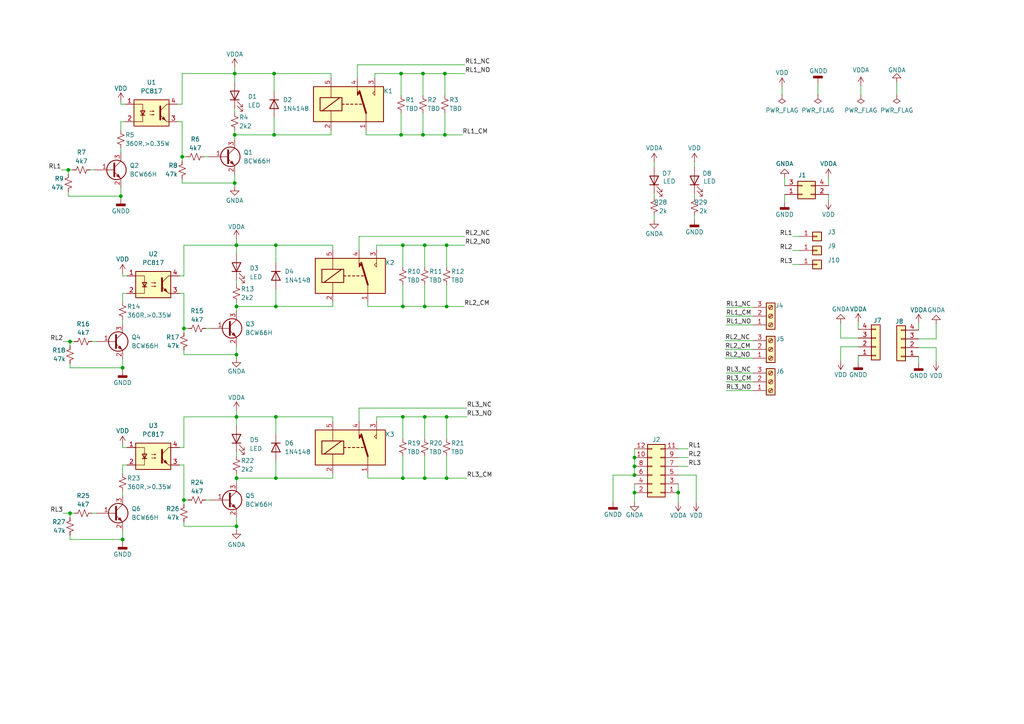
<source format=kicad_sch>
(kicad_sch (version 20211123) (generator eeschema)
  (paper "A4")
  (lib_symbols
    (symbol "Connector:Screw_Terminal_01x03" (pin_names (offset 1.016) hide)
      (property "Reference" "J" (at 0 5.08 0))
      (property "Value" "Screw_Terminal_01x03" (at 0 -5.08 0))
      (symbol "Screw_Terminal_01x03_1_1"
        (rectangle (start -1.27 3.81) (end 1.27 -3.81) (stroke (width 0.254)) (fill (type background)))
        (circle (center 0 -2.54) (radius 0.635) (stroke (width 0.1524)))
        (polyline (pts (xy -0.5334 -2.2098) (xy 0.3302 -3.048)) (stroke (width 0.1524)))
        (polyline (pts (xy -0.5334 0.3302) (xy 0.3302 -0.508)) (stroke (width 0.1524)))
        (polyline (pts (xy -0.5334 2.8702) (xy 0.3302 2.032)) (stroke (width 0.1524)))
        (polyline (pts (xy -0.3556 -2.032) (xy 0.508 -2.8702)) (stroke (width 0.1524)))
        (polyline (pts (xy -0.3556 0.508) (xy 0.508 -0.3302)) (stroke (width 0.1524)))
        (polyline (pts (xy -0.3556 3.048) (xy 0.508 2.2098)) (stroke (width 0.1524)))
        (circle (center 0 0) (radius 0.635) (stroke (width 0.1524)))
        (circle (center 0 2.54) (radius 0.635) (stroke (width 0.1524)))
        (pin passive line (at -5.08 2.54 0) (length 3.81) (name "Pin_1") (number "1"))
        (pin passive line (at -5.08 0 0) (length 3.81) (name "Pin_2") (number "2"))
        (pin passive line (at -5.08 -2.54 0) (length 3.81) (name "Pin_3") (number "3"))
      )
    )
    (symbol "Connector_Generic:Conn_01x01" (pin_names (offset 1.016) hide)
      (property "Reference" "J" (at 0 2.54 0))
      (property "Value" "Conn_01x01" (at 0 -2.54 0))
      (symbol "Conn_01x01_1_1"
        (rectangle (start -1.27 0.127) (end 0 -0.127) (stroke (width 0.1524)))
        (rectangle (start -1.27 1.27) (end 1.27 -1.27) (stroke (width 0.254)) (fill (type background)))
        (pin passive line (at -5.08 0 0) (length 3.81) (name "Pin_1") (number "1"))
      )
    )
    (symbol "Connector_Generic:Conn_01x04" (pin_names (offset 1.016) hide)
      (property "Reference" "J" (at 0 5.08 0))
      (property "Value" "Conn_01x04" (at 0 -7.62 0))
      (symbol "Conn_01x04_1_1"
        (rectangle (start -1.27 -4.953) (end 0 -5.207) (stroke (width 0.1524)))
        (rectangle (start -1.27 -2.413) (end 0 -2.667) (stroke (width 0.1524)))
        (rectangle (start -1.27 0.127) (end 0 -0.127) (stroke (width 0.1524)))
        (rectangle (start -1.27 2.667) (end 0 2.413) (stroke (width 0.1524)))
        (rectangle (start -1.27 3.81) (end 1.27 -6.35) (stroke (width 0.254)) (fill (type background)))
        (pin passive line (at -5.08 2.54 0) (length 3.81) (name "Pin_1") (number "1"))
        (pin passive line (at -5.08 0 0) (length 3.81) (name "Pin_2") (number "2"))
        (pin passive line (at -5.08 -2.54 0) (length 3.81) (name "Pin_3") (number "3"))
        (pin passive line (at -5.08 -5.08 0) (length 3.81) (name "Pin_4") (number "4"))
      )
    )
    (symbol "Connector_Generic:Conn_02x02_Odd_Even" (pin_names (offset 1.016) hide)
      (property "Reference" "J" (at 1.27 2.54 0))
      (property "Value" "Conn_02x02_Odd_Even" (at 1.27 -5.08 0))
      (symbol "Conn_02x02_Odd_Even_1_1"
        (rectangle (start -1.27 -2.413) (end 0 -2.667) (stroke (width 0.1524)))
        (rectangle (start -1.27 0.127) (end 0 -0.127) (stroke (width 0.1524)))
        (rectangle (start -1.27 1.27) (end 3.81 -3.81) (stroke (width 0.254)) (fill (type background)))
        (rectangle (start 3.81 -2.413) (end 2.54 -2.667) (stroke (width 0.1524)))
        (rectangle (start 3.81 0.127) (end 2.54 -0.127) (stroke (width 0.1524)))
        (pin passive line (at -5.08 0 0) (length 3.81) (name "Pin_1") (number "1"))
        (pin passive line (at 7.62 0 180) (length 3.81) (name "Pin_2") (number "2"))
        (pin passive line (at -5.08 -2.54 0) (length 3.81) (name "Pin_3") (number "3"))
        (pin passive line (at 7.62 -2.54 180) (length 3.81) (name "Pin_4") (number "4"))
      )
    )
    (symbol "Connector_Generic:Conn_02x06_Odd_Even" (pin_names (offset 1.016) hide)
      (property "Reference" "J" (at 1.27 7.62 0))
      (property "Value" "Conn_02x06_Odd_Even" (at 1.27 -10.16 0))
      (symbol "Conn_02x06_Odd_Even_1_1"
        (rectangle (start -1.27 -7.493) (end 0 -7.747) (stroke (width 0.1524)))
        (rectangle (start -1.27 -4.953) (end 0 -5.207) (stroke (width 0.1524)))
        (rectangle (start -1.27 -2.413) (end 0 -2.667) (stroke (width 0.1524)))
        (rectangle (start -1.27 0.127) (end 0 -0.127) (stroke (width 0.1524)))
        (rectangle (start -1.27 2.667) (end 0 2.413) (stroke (width 0.1524)))
        (rectangle (start -1.27 5.207) (end 0 4.953) (stroke (width 0.1524)))
        (rectangle (start -1.27 6.35) (end 3.81 -8.89) (stroke (width 0.254)) (fill (type background)))
        (rectangle (start 3.81 -7.493) (end 2.54 -7.747) (stroke (width 0.1524)))
        (rectangle (start 3.81 -4.953) (end 2.54 -5.207) (stroke (width 0.1524)))
        (rectangle (start 3.81 -2.413) (end 2.54 -2.667) (stroke (width 0.1524)))
        (rectangle (start 3.81 0.127) (end 2.54 -0.127) (stroke (width 0.1524)))
        (rectangle (start 3.81 2.667) (end 2.54 2.413) (stroke (width 0.1524)))
        (rectangle (start 3.81 5.207) (end 2.54 4.953) (stroke (width 0.1524)))
        (pin passive line (at -5.08 5.08 0) (length 3.81) (name "Pin_1") (number "1"))
        (pin passive line (at 7.62 -5.08 180) (length 3.81) (name "Pin_10") (number "10"))
        (pin passive line (at -5.08 -7.62 0) (length 3.81) (name "Pin_11") (number "11"))
        (pin passive line (at 7.62 -7.62 180) (length 3.81) (name "Pin_12") (number "12"))
        (pin passive line (at 7.62 5.08 180) (length 3.81) (name "Pin_2") (number "2"))
        (pin passive line (at -5.08 2.54 0) (length 3.81) (name "Pin_3") (number "3"))
        (pin passive line (at 7.62 2.54 180) (length 3.81) (name "Pin_4") (number "4"))
        (pin passive line (at -5.08 0 0) (length 3.81) (name "Pin_5") (number "5"))
        (pin passive line (at 7.62 0 180) (length 3.81) (name "Pin_6") (number "6"))
        (pin passive line (at -5.08 -2.54 0) (length 3.81) (name "Pin_7") (number "7"))
        (pin passive line (at 7.62 -2.54 180) (length 3.81) (name "Pin_8") (number "8"))
        (pin passive line (at -5.08 -5.08 0) (length 3.81) (name "Pin_9") (number "9"))
      )
    )
    (symbol "Device:LED" (pin_numbers hide) (pin_names (offset 1.016) hide)
      (property "Reference" "D" (at 0 2.54 0))
      (property "Value" "LED" (at 0 -2.54 0))
      (symbol "LED_0_1"
        (polyline (pts (xy -1.27 -1.27) (xy -1.27 1.27)) (stroke (width 0.254)))
        (polyline (pts (xy -1.27 0) (xy 1.27 0)))
        (polyline (pts (xy 1.27 -1.27) (xy 1.27 1.27) (xy -1.27 0) (xy 1.27 -1.27)) (stroke (width 0.254)))
        (polyline (pts (xy -3.048 -0.762) (xy -4.572 -2.286) (xy -3.81 -2.286) (xy -4.572 -2.286) (xy -4.572 -1.524)))
        (polyline (pts (xy -1.778 -0.762) (xy -3.302 -2.286) (xy -2.54 -2.286) (xy -3.302 -2.286) (xy -3.302 -1.524)))
      )
      (symbol "LED_1_1"
        (pin passive line (at -3.81 0 0) (length 2.54) (name "K") (number "1"))
        (pin passive line (at 3.81 0 180) (length 2.54) (name "A") (number "2"))
      )
    )
    (symbol "Device:Q_NPN_BEC" (pin_names (offset 0) hide)
      (property "Reference" "Q" (at 5.08 1.27 0))
      (property "Value" "Q_NPN_BEC" (at 5.08 -1.27 0))
      (symbol "Q_NPN_BEC_0_1"
        (polyline (pts (xy 0.635 0.635) (xy 2.54 2.54)))
        (polyline (pts (xy 0.635 -0.635) (xy 2.54 -2.54) (xy 2.54 -2.54)))
        (polyline (pts (xy 0.635 1.905) (xy 0.635 -1.905) (xy 0.635 -1.905)) (stroke (width 0.508)))
        (polyline (pts (xy 1.27 -1.778) (xy 1.778 -1.27) (xy 2.286 -2.286) (xy 1.27 -1.778) (xy 1.27 -1.778)) (fill (type outline)))
        (circle (center 1.27 0) (radius 2.8194) (stroke (width 0.254)))
      )
      (symbol "Q_NPN_BEC_1_1"
        (pin input line (at -5.08 0 0) (length 5.715) (name "B") (number "1"))
        (pin passive line (at 2.54 -5.08 90) (length 2.54) (name "E") (number "2"))
        (pin passive line (at 2.54 5.08 270) (length 2.54) (name "C") (number "3"))
      )
    )
    (symbol "Device:R_Small_US" (pin_numbers hide) (pin_names (offset 0.254) hide)
      (property "Reference" "R" (at 0.762 0.508 0))
      (property "Value" "R_Small_US" (at 0.762 -1.016 0))
      (symbol "R_Small_US_1_1"
        (polyline (pts (xy 0 0) (xy 1.016 -0.381) (xy 0 -0.762) (xy -1.016 -1.143) (xy 0 -1.524)))
        (polyline (pts (xy 0 1.524) (xy 1.016 1.143) (xy 0 0.762) (xy -1.016 0.381) (xy 0 0)))
        (pin passive line (at 0 2.54 270) (length 1.016) (name "~") (number "1"))
        (pin passive line (at 0 -2.54 90) (length 1.016) (name "~") (number "2"))
      )
    )
    (symbol "Diode:1N4148" (pin_numbers hide) (pin_names (offset 1.016) hide)
      (property "Reference" "D" (at 0 2.54 0))
      (property "Value" "1N4148" (at 0 -2.54 0))
      (symbol "1N4148_0_1"
        (polyline (pts (xy -1.27 1.27) (xy -1.27 -1.27)) (stroke (width 0.254)))
        (polyline (pts (xy 1.27 0) (xy -1.27 0)))
        (polyline (pts (xy 1.27 1.27) (xy 1.27 -1.27) (xy -1.27 0) (xy 1.27 1.27)) (stroke (width 0.254)))
      )
      (symbol "1N4148_1_1"
        (pin passive line (at -3.81 0 0) (length 2.54) (name "K") (number "1"))
        (pin passive line (at 3.81 0 180) (length 2.54) (name "A") (number "2"))
      )
    )
    (symbol "Isolator:PC817" (pin_names (offset 1.016))
      (property "Reference" "U" (at -5.08 5.08 0))
      (property "Value" "PC817" (at 0 5.08 0))
      (symbol "PC817_0_1"
        (rectangle (start -5.08 3.81) (end 5.08 -3.81) (stroke (width 0.254)) (fill (type background)))
        (polyline (pts (xy -3.175 -0.635) (xy -1.905 -0.635)) (stroke (width 0.254)))
        (polyline (pts (xy 2.54 0.635) (xy 4.445 2.54)))
        (polyline (pts (xy 4.445 -2.54) (xy 2.54 -0.635)) (fill (type outline)))
        (polyline (pts (xy 4.445 -2.54) (xy 5.08 -2.54)))
        (polyline (pts (xy 4.445 2.54) (xy 5.08 2.54)))
        (polyline (pts (xy -5.08 2.54) (xy -2.54 2.54) (xy -2.54 -0.635)))
        (polyline (pts (xy -2.54 -0.635) (xy -2.54 -2.54) (xy -5.08 -2.54)))
        (polyline (pts (xy 2.54 1.905) (xy 2.54 -1.905) (xy 2.54 -1.905)) (stroke (width 0.508)))
        (polyline (pts (xy -2.54 -0.635) (xy -3.175 0.635) (xy -1.905 0.635) (xy -2.54 -0.635)) (stroke (width 0.254)))
        (polyline (pts (xy -0.508 -0.508) (xy 0.762 -0.508) (xy 0.381 -0.635) (xy 0.381 -0.381) (xy 0.762 -0.508)))
        (polyline (pts (xy -0.508 0.508) (xy 0.762 0.508) (xy 0.381 0.381) (xy 0.381 0.635) (xy 0.762 0.508)))
        (polyline (pts (xy 3.048 -1.651) (xy 3.556 -1.143) (xy 4.064 -2.159) (xy 3.048 -1.651) (xy 3.048 -1.651)) (fill (type outline)))
      )
      (symbol "PC817_1_1"
        (pin passive line (at -7.62 2.54 0) (length 2.54) (name "~") (number "1"))
        (pin passive line (at -7.62 -2.54 0) (length 2.54) (name "~") (number "2"))
        (pin passive line (at 7.62 -2.54 180) (length 2.54) (name "~") (number "3"))
        (pin passive line (at 7.62 2.54 180) (length 2.54) (name "~") (number "4"))
      )
    )
    (symbol "Relay:SANYOU_SRD_Form_C"
      (property "Reference" "K" (at 11.43 3.81 0))
      (property "Value" "SANYOU_SRD_Form_C" (at 11.43 1.27 0))
      (symbol "SANYOU_SRD_Form_C_0_0"
        (polyline (pts (xy 7.62 5.08) (xy 7.62 2.54) (xy 6.985 3.175) (xy 7.62 3.81)))
      )
      (symbol "SANYOU_SRD_Form_C_0_1"
        (rectangle (start -10.16 5.08) (end 10.16 -5.08) (stroke (width 0.254)) (fill (type background)))
        (rectangle (start -8.255 1.905) (end -1.905 -1.905) (stroke (width 0.254)))
        (polyline (pts (xy -7.62 -1.905) (xy -2.54 1.905)) (stroke (width 0.254)))
        (polyline (pts (xy -5.08 -5.08) (xy -5.08 -1.905)))
        (polyline (pts (xy -5.08 5.08) (xy -5.08 1.905)))
        (polyline (pts (xy -1.905 0) (xy -1.27 0)) (stroke (width 0.254)))
        (polyline (pts (xy -0.635 0) (xy 0 0)) (stroke (width 0.254)))
        (polyline (pts (xy 0.635 0) (xy 1.27 0)) (stroke (width 0.254)))
        (polyline (pts (xy 1.905 0) (xy 2.54 0)) (stroke (width 0.254)))
        (polyline (pts (xy 3.175 0) (xy 3.81 0)) (stroke (width 0.254)))
        (polyline (pts (xy 5.08 -2.54) (xy 3.175 3.81)) (stroke (width 0.508)))
        (polyline (pts (xy 5.08 -2.54) (xy 5.08 -5.08)))
      )
      (symbol "SANYOU_SRD_Form_C_1_1"
        (polyline (pts (xy 2.54 3.81) (xy 3.175 3.175) (xy 2.54 2.54) (xy 2.54 5.08)) (fill (type outline)))
        (pin passive line (at 5.08 -7.62 90) (length 2.54) (name "~") (number "1"))
        (pin passive line (at -5.08 -7.62 90) (length 2.54) (name "~") (number "2"))
        (pin passive line (at 7.62 7.62 270) (length 2.54) (name "~") (number "3"))
        (pin passive line (at 2.54 7.62 270) (length 2.54) (name "~") (number "4"))
        (pin passive line (at -5.08 7.62 270) (length 2.54) (name "~") (number "5"))
      )
    )
    (symbol "power:GNDA" (power) (pin_names (offset 0))
      (property "Value" "GNDA" (at 0 -3.81 0))
      (symbol "GNDA_0_1"
        (polyline (pts (xy 0 0) (xy 0 -1.27) (xy 1.27 -1.27) (xy 0 -2.54) (xy -1.27 -1.27) (xy 0 -1.27)))
      )
      (symbol "GNDA_1_1"
        (pin power_in line (at 0 0 270) (length 0) hide (name "GNDA") (number "1"))
      )
    )
    (symbol "power:GNDD" (power) (pin_names (offset 0))
      (property "Value" "GNDD" (at 0 -3.175 0))
      (symbol "GNDD_0_1"
        (rectangle (start -1.27 -1.524) (end 1.27 -2.032) (stroke (width 0.254)) (fill (type outline)))
        (polyline (pts (xy 0 0) (xy 0 -1.524)))
      )
      (symbol "GNDD_1_1"
        (pin power_in line (at 0 0 270) (length 0) hide (name "GNDD") (number "1"))
      )
    )
    (symbol "power:PWR_FLAG" (power) (pin_numbers hide) (pin_names (offset 0) hide)
      (property "Value" "PWR_FLAG" (at 0 3.81 0))
      (symbol "PWR_FLAG_0_0"
        (pin power_out line (at 0 0 90) (length 0) (name "pwr") (number "1"))
      )
      (symbol "PWR_FLAG_0_1"
        (polyline (pts (xy 0 0) (xy 0 1.27) (xy -1.016 1.905) (xy 0 2.54) (xy 1.016 1.905) (xy 0 1.27)))
      )
    )
    (symbol "power:VDD" (power) (pin_names (offset 0))
      (property "Value" "VDD" (at 0 3.81 0))
      (symbol "VDD_0_1"
        (polyline (pts (xy -0.762 1.27) (xy 0 2.54)))
        (polyline (pts (xy 0 0) (xy 0 2.54)))
        (polyline (pts (xy 0 2.54) (xy 0.762 1.27)))
      )
      (symbol "VDD_1_1"
        (pin power_in line (at 0 0 90) (length 0) hide (name "VDD") (number "1"))
      )
    )
    (symbol "power:VDDA" (power) (pin_names (offset 0))
      (property "Value" "VDDA" (at 0 3.81 0))
      (symbol "VDDA_0_1"
        (polyline (pts (xy -0.762 1.27) (xy 0 2.54)))
        (polyline (pts (xy 0 0) (xy 0 2.54)))
        (polyline (pts (xy 0 2.54) (xy 0.762 1.27)))
      )
      (symbol "VDDA_1_1"
        (pin power_in line (at 0 0 90) (length 0) hide (name "VDDA") (number "1"))
      )
    )
  )
  (junction (at 184.023 137.795))
  (junction (at 68.58 71.12))
  (junction (at 116.84 88.9))
  (junction (at 80.01 71.12))
  (junction (at 20.32 99.06))
  (junction (at 53.34 145.034))
  (junction (at 19.812 49.276))
  (junction (at 123.19 138.684))
  (junction (at 68.072 53.086))
  (junction (at 68.072 39.116))
  (junction (at 116.84 138.684))
  (junction (at 123.19 71.12))
  (junction (at 68.58 102.87))
  (junction (at 129.54 138.684))
  (junction (at 68.58 120.904))
  (junction (at 122.682 39.116))
  (junction (at 184.023 132.715))
  (junction (at 68.072 21.336))
  (junction (at 184.023 135.255))
  (junction (at 196.723 142.875))
  (junction (at 122.682 21.336))
  (junction (at 35.052 56.896))
  (junction (at 116.332 39.116))
  (junction (at 52.832 45.466))
  (junction (at 80.01 88.9))
  (junction (at 68.58 88.9))
  (junction (at 129.54 71.12))
  (junction (at 79.502 21.336))
  (junction (at 123.19 88.9))
  (junction (at 35.56 156.464))
  (junction (at 116.84 120.904))
  (junction (at 184.023 142.875))
  (junction (at 129.54 88.9))
  (junction (at 123.19 120.904))
  (junction (at 80.01 138.684))
  (junction (at 68.58 152.654))
  (junction (at 35.56 106.68))
  (junction (at 116.332 21.336))
  (junction (at 68.58 138.684))
  (junction (at 129.032 21.336))
  (junction (at 129.54 120.904))
  (junction (at 116.84 71.12))
  (junction (at 129.032 39.116))
  (junction (at 79.502 39.116))
  (junction (at 53.34 95.25))
  (junction (at 80.01 120.904))
  (junction (at 20.32 148.844))
  (wire (pts (xy 68.58 71.12) (xy 68.58 73.66)))
  (wire (pts (xy 96.52 88.9) (xy 96.52 87.63)))
  (wire (pts (xy 106.68 137.414) (xy 106.68 138.684)))
  (wire (pts (xy 17.78 49.276) (xy 19.812 49.276)))
  (wire (pts (xy 108.712 22.606) (xy 108.712 21.336)))
  (wire (pts (xy 123.19 71.12) (xy 129.54 71.12)))
  (wire (pts (xy 35.56 79.248) (xy 35.56 80.01)))
  (wire (pts (xy 19.812 49.276) (xy 19.812 50.546)))
  (wire (pts (xy 68.58 71.12) (xy 80.01 71.12)))
  (wire (pts (xy 196.723 140.335) (xy 196.723 142.875)))
  (wire (pts (xy 68.072 21.336) (xy 68.072 23.876)))
  (wire (pts (xy 210.312 103.886) (xy 218.44 103.886)))
  (wire (pts (xy 52.832 53.086) (xy 52.832 51.816)))
  (wire (pts (xy 116.84 88.9) (xy 123.19 88.9)))
  (wire (pts (xy 237.236 24.13) (xy 237.236 27.432)))
  (wire (pts (xy 129.54 71.12) (xy 134.874 71.12)))
  (wire (pts (xy 59.182 45.466) (xy 60.452 45.466)))
  (wire (pts (xy 35.052 35.306) (xy 35.052 37.846)))
  (wire (pts (xy 134.874 68.58) (xy 104.14 68.58)))
  (wire (pts (xy 80.01 133.604) (xy 80.01 138.684)))
  (wire (pts (xy 189.738 62.484) (xy 189.738 63.754)))
  (wire (pts (xy 35.56 85.09) (xy 35.56 87.63)))
  (wire (pts (xy 106.172 39.116) (xy 116.332 39.116)))
  (wire (pts (xy 52.832 35.306) (xy 52.832 45.466)))
  (wire (pts (xy 35.56 106.68) (xy 35.56 107.442)))
  (wire (pts (xy 229.87 72.644) (xy 231.902 72.644)))
  (wire (pts (xy 68.072 39.116) (xy 79.502 39.116)))
  (wire (pts (xy 53.34 102.87) (xy 68.58 102.87)))
  (wire (pts (xy 36.322 35.306) (xy 35.052 35.306)))
  (wire (pts (xy 21.59 99.06) (xy 20.32 99.06)))
  (wire (pts (xy 248.92 103.124) (xy 248.92 105.156)))
  (wire (pts (xy 116.84 127.254) (xy 116.84 120.904)))
  (wire (pts (xy 106.172 37.846) (xy 106.172 39.116)))
  (wire (pts (xy 271.526 98.298) (xy 271.526 93.98)))
  (wire (pts (xy 68.58 131.064) (xy 68.58 132.334)))
  (wire (pts (xy 227.584 56.388) (xy 227.584 58.674)))
  (wire (pts (xy 116.84 132.334) (xy 116.84 138.684)))
  (wire (pts (xy 210.312 101.346) (xy 218.44 101.346)))
  (wire (pts (xy 116.332 21.336) (xy 122.682 21.336)))
  (wire (pts (xy 210.566 113.284) (xy 218.44 113.284)))
  (wire (pts (xy 109.22 71.12) (xy 116.84 71.12)))
  (wire (pts (xy 196.723 142.875) (xy 196.723 145.669)))
  (wire (pts (xy 35.052 56.896) (xy 35.052 57.658)))
  (wire (pts (xy 79.502 21.336) (xy 79.502 26.416)))
  (wire (pts (xy 68.072 31.496) (xy 68.072 32.766)))
  (wire (pts (xy 20.32 106.68) (xy 35.56 106.68)))
  (wire (pts (xy 271.526 100.838) (xy 271.526 104.902)))
  (wire (pts (xy 35.56 156.464) (xy 35.56 153.924)))
  (wire (pts (xy 53.34 120.904) (xy 68.58 120.904)))
  (wire (pts (xy 26.67 148.844) (xy 27.94 148.844)))
  (wire (pts (xy 21.082 49.276) (xy 19.812 49.276)))
  (wire (pts (xy 53.34 85.09) (xy 53.34 95.25)))
  (wire (pts (xy 52.07 85.09) (xy 53.34 85.09)))
  (wire (pts (xy 80.01 71.12) (xy 96.52 71.12)))
  (wire (pts (xy 51.562 30.226) (xy 52.832 30.226)))
  (wire (pts (xy 122.682 32.766) (xy 122.682 39.116)))
  (wire (pts (xy 201.93 137.795) (xy 201.93 145.669)))
  (wire (pts (xy 248.92 98.044) (xy 243.84 98.044)))
  (wire (pts (xy 196.723 137.795) (xy 201.93 137.795)))
  (wire (pts (xy 68.58 69.342) (xy 68.58 71.12)))
  (wire (pts (xy 201.422 46.99) (xy 201.422 48.514)))
  (wire (pts (xy 36.83 80.01) (xy 35.56 80.01)))
  (wire (pts (xy 20.32 155.194) (xy 20.32 156.464)))
  (wire (pts (xy 210.566 94.234) (xy 218.44 94.234)))
  (wire (pts (xy 20.32 105.41) (xy 20.32 106.68)))
  (wire (pts (xy 52.832 53.086) (xy 68.072 53.086)))
  (wire (pts (xy 79.502 34.036) (xy 79.502 39.116)))
  (wire (pts (xy 106.68 87.63) (xy 106.68 88.9)))
  (wire (pts (xy 96.012 22.606) (xy 96.012 21.336)))
  (wire (pts (xy 248.92 93.472) (xy 248.92 95.504)))
  (wire (pts (xy 210.566 108.204) (xy 218.44 108.204)))
  (wire (pts (xy 122.682 21.336) (xy 129.032 21.336)))
  (wire (pts (xy 240.284 51.562) (xy 240.284 53.848)))
  (wire (pts (xy 248.92 100.584) (xy 243.84 100.584)))
  (wire (pts (xy 68.072 37.846) (xy 68.072 39.116)))
  (wire (pts (xy 129.032 39.116) (xy 134.112 39.116)))
  (wire (pts (xy 104.14 118.364) (xy 104.14 122.174)))
  (wire (pts (xy 129.032 32.766) (xy 129.032 39.116)))
  (wire (pts (xy 122.682 39.116) (xy 129.032 39.116)))
  (wire (pts (xy 51.562 35.306) (xy 52.832 35.306)))
  (wire (pts (xy 80.01 88.9) (xy 96.52 88.9)))
  (wire (pts (xy 68.58 87.63) (xy 68.58 88.9)))
  (wire (pts (xy 196.723 135.255) (xy 199.644 135.255)))
  (wire (pts (xy 227.584 51.562) (xy 227.584 53.848)))
  (wire (pts (xy 96.52 122.174) (xy 96.52 120.904)))
  (wire (pts (xy 123.19 132.334) (xy 123.19 138.684)))
  (wire (pts (xy 266.446 100.838) (xy 271.526 100.838)))
  (wire (pts (xy 129.54 88.9) (xy 134.62 88.9)))
  (wire (pts (xy 123.19 82.55) (xy 123.19 88.9)))
  (wire (pts (xy 68.58 81.28) (xy 68.58 82.55)))
  (wire (pts (xy 52.832 45.466) (xy 52.832 46.736)))
  (wire (pts (xy 201.422 56.134) (xy 201.422 57.404)))
  (wire (pts (xy 26.162 49.276) (xy 27.432 49.276)))
  (wire (pts (xy 249.682 24.892) (xy 249.682 27.432)))
  (wire (pts (xy 68.58 138.684) (xy 68.58 139.954)))
  (wire (pts (xy 96.52 72.39) (xy 96.52 71.12)))
  (wire (pts (xy 210.566 91.694) (xy 218.44 91.694)))
  (wire (pts (xy 189.738 56.134) (xy 189.738 57.404)))
  (wire (pts (xy 35.052 29.464) (xy 35.052 30.226)))
  (wire (pts (xy 35.56 92.71) (xy 35.56 93.98)))
  (wire (pts (xy 68.072 19.558) (xy 68.072 21.336)))
  (wire (pts (xy 53.34 145.034) (xy 53.34 146.304)))
  (wire (pts (xy 36.83 134.874) (xy 35.56 134.874)))
  (wire (pts (xy 80.01 83.82) (xy 80.01 88.9)))
  (wire (pts (xy 129.54 120.904) (xy 135.382 120.904)))
  (wire (pts (xy 35.052 56.896) (xy 35.052 54.356)))
  (wire (pts (xy 210.566 89.154) (xy 218.44 89.154)))
  (wire (pts (xy 135.382 118.364) (xy 104.14 118.364)))
  (wire (pts (xy 129.54 132.334) (xy 129.54 138.684)))
  (wire (pts (xy 116.332 32.766) (xy 116.332 39.116)))
  (wire (pts (xy 229.87 76.708) (xy 231.902 76.708)))
  (wire (pts (xy 123.19 138.684) (xy 129.54 138.684)))
  (wire (pts (xy 109.22 72.39) (xy 109.22 71.12)))
  (wire (pts (xy 68.58 120.904) (xy 68.58 123.444)))
  (wire (pts (xy 68.58 88.9) (xy 68.58 90.17)))
  (wire (pts (xy 36.83 85.09) (xy 35.56 85.09)))
  (wire (pts (xy 19.812 56.896) (xy 35.052 56.896)))
  (wire (pts (xy 36.322 30.226) (xy 35.052 30.226)))
  (wire (pts (xy 79.502 21.336) (xy 96.012 21.336)))
  (wire (pts (xy 243.84 98.044) (xy 243.84 93.726)))
  (wire (pts (xy 68.58 119.126) (xy 68.58 120.904)))
  (wire (pts (xy 240.284 56.388) (xy 240.284 58.166)))
  (wire (pts (xy 116.84 138.684) (xy 123.19 138.684)))
  (wire (pts (xy 52.07 134.874) (xy 53.34 134.874)))
  (wire (pts (xy 26.67 99.06) (xy 27.94 99.06)))
  (wire (pts (xy 189.738 46.99) (xy 189.738 48.514)))
  (wire (pts (xy 80.01 138.684) (xy 96.52 138.684)))
  (wire (pts (xy 59.69 95.25) (xy 60.96 95.25)))
  (wire (pts (xy 52.832 21.336) (xy 52.832 30.226)))
  (wire (pts (xy 116.84 71.12) (xy 123.19 71.12)))
  (wire (pts (xy 52.07 129.794) (xy 53.34 129.794)))
  (wire (pts (xy 35.56 106.68) (xy 35.56 104.14)))
  (wire (pts (xy 177.8 137.795) (xy 177.8 145.669)))
  (wire (pts (xy 266.446 98.298) (xy 271.526 98.298)))
  (wire (pts (xy 177.8 137.795) (xy 184.023 137.795)))
  (wire (pts (xy 53.34 102.87) (xy 53.34 101.6)))
  (wire (pts (xy 201.422 62.484) (xy 201.422 63.754)))
  (wire (pts (xy 196.723 130.175) (xy 199.644 130.175)))
  (wire (pts (xy 123.19 120.904) (xy 123.19 127.254)))
  (wire (pts (xy 19.812 55.626) (xy 19.812 56.896)))
  (wire (pts (xy 68.58 150.114) (xy 68.58 152.654)))
  (wire (pts (xy 68.58 137.414) (xy 68.58 138.684)))
  (wire (pts (xy 68.072 39.116) (xy 68.072 40.386)))
  (wire (pts (xy 53.34 95.25) (xy 53.34 96.52)))
  (wire (pts (xy 210.312 98.806) (xy 218.44 98.806)))
  (wire (pts (xy 53.34 145.034) (xy 54.61 145.034)))
  (wire (pts (xy 35.052 42.926) (xy 35.052 44.196)))
  (wire (pts (xy 129.54 82.55) (xy 129.54 88.9)))
  (wire (pts (xy 53.34 95.25) (xy 54.61 95.25)))
  (wire (pts (xy 68.58 88.9) (xy 80.01 88.9)))
  (wire (pts (xy 53.34 152.654) (xy 68.58 152.654)))
  (wire (pts (xy 104.14 68.58) (xy 104.14 72.39)))
  (wire (pts (xy 106.68 88.9) (xy 116.84 88.9)))
  (wire (pts (xy 123.19 88.9) (xy 129.54 88.9)))
  (wire (pts (xy 109.22 120.904) (xy 116.84 120.904)))
  (wire (pts (xy 68.58 152.654) (xy 68.58 153.67)))
  (wire (pts (xy 21.59 148.844) (xy 20.32 148.844)))
  (wire (pts (xy 35.56 142.494) (xy 35.56 143.764)))
  (wire (pts (xy 53.34 134.874) (xy 53.34 145.034)))
  (wire (pts (xy 129.54 138.684) (xy 135.382 138.684)))
  (wire (pts (xy 106.68 138.684) (xy 116.84 138.684)))
  (wire (pts (xy 116.84 120.904) (xy 123.19 120.904)))
  (wire (pts (xy 53.34 71.12) (xy 68.58 71.12)))
  (wire (pts (xy 210.566 110.744) (xy 218.44 110.744)))
  (wire (pts (xy 260.096 23.876) (xy 260.096 27.432)))
  (wire (pts (xy 68.58 120.904) (xy 80.01 120.904)))
  (wire (pts (xy 35.56 129.032) (xy 35.56 129.794)))
  (wire (pts (xy 109.22 122.174) (xy 109.22 120.904)))
  (wire (pts (xy 266.446 103.378) (xy 266.446 105.41)))
  (wire (pts (xy 266.446 93.726) (xy 266.446 95.758)))
  (wire (pts (xy 96.012 39.116) (xy 96.012 37.846)))
  (wire (pts (xy 129.032 21.336) (xy 134.874 21.336)))
  (wire (pts (xy 53.34 152.654) (xy 53.34 151.384)))
  (wire (pts (xy 18.288 99.06) (xy 20.32 99.06)))
  (wire (pts (xy 68.58 102.87) (xy 68.58 103.886)))
  (wire (pts (xy 36.83 129.794) (xy 35.56 129.794)))
  (wire (pts (xy 68.58 100.33) (xy 68.58 102.87)))
  (wire (pts (xy 123.19 71.12) (xy 123.19 77.47)))
  (wire (pts (xy 226.822 25.146) (xy 226.822 27.432)))
  (wire (pts (xy 116.332 27.686) (xy 116.332 21.336)))
  (wire (pts (xy 122.682 21.336) (xy 122.682 27.686)))
  (wire (pts (xy 53.34 71.12) (xy 53.34 80.01)))
  (wire (pts (xy 20.32 99.06) (xy 20.32 100.33)))
  (wire (pts (xy 229.87 68.58) (xy 231.902 68.58)))
  (wire (pts (xy 184.023 132.715) (xy 184.023 135.255)))
  (wire (pts (xy 134.874 18.796) (xy 103.632 18.796)))
  (wire (pts (xy 79.502 39.116) (xy 96.012 39.116)))
  (wire (pts (xy 20.32 148.844) (xy 20.32 150.114)))
  (wire (pts (xy 52.07 80.01) (xy 53.34 80.01)))
  (wire (pts (xy 184.023 130.175) (xy 184.023 132.715)))
  (wire (pts (xy 116.84 82.55) (xy 116.84 88.9)))
  (wire (pts (xy 116.332 39.116) (xy 122.682 39.116)))
  (wire (pts (xy 35.56 134.874) (xy 35.56 137.414)))
  (wire (pts (xy 20.32 156.464) (xy 35.56 156.464)))
  (wire (pts (xy 129.54 71.12) (xy 129.54 77.47)))
  (wire (pts (xy 68.58 138.684) (xy 80.01 138.684)))
  (wire (pts (xy 68.072 53.086) (xy 68.072 54.102)))
  (wire (pts (xy 129.54 120.904) (xy 129.54 127.254)))
  (wire (pts (xy 129.032 21.336) (xy 129.032 27.686)))
  (wire (pts (xy 80.01 71.12) (xy 80.01 76.2)))
  (wire (pts (xy 196.723 132.715) (xy 199.644 132.715)))
  (wire (pts (xy 123.19 120.904) (xy 129.54 120.904)))
  (wire (pts (xy 59.69 145.034) (xy 60.96 145.034)))
  (wire (pts (xy 80.01 120.904) (xy 96.52 120.904)))
  (wire (pts (xy 116.84 77.47) (xy 116.84 71.12)))
  (wire (pts (xy 18.288 148.844) (xy 20.32 148.844)))
  (wire (pts (xy 96.52 138.684) (xy 96.52 137.414)))
  (wire (pts (xy 68.072 50.546) (xy 68.072 53.086)))
  (wire (pts (xy 68.072 21.336) (xy 79.502 21.336)))
  (wire (pts (xy 53.34 120.904) (xy 53.34 129.794)))
  (wire (pts (xy 184.023 140.335) (xy 184.023 142.875)))
  (wire (pts (xy 243.84 100.584) (xy 243.84 104.648)))
  (wire (pts (xy 80.01 120.904) (xy 80.01 125.984)))
  (wire (pts (xy 52.832 45.466) (xy 54.102 45.466)))
  (wire (pts (xy 108.712 21.336) (xy 116.332 21.336)))
  (wire (pts (xy 103.632 18.796) (xy 103.632 22.606)))
  (wire (pts (xy 184.023 135.255) (xy 184.023 137.795)))
  (wire (pts (xy 184.023 142.875) (xy 184.023 145.669)))
  (wire (pts (xy 35.56 156.464) (xy 35.56 157.226)))
  (wire (pts (xy 52.832 21.336) (xy 68.072 21.336)))
  (label "RL2" (at 18.288 99.06 180))
  (label "RL3_NO" (at 210.566 113.284 0))
  (label "RL1" (at 199.644 130.175 0))
  (label "RL2_CM" (at 134.62 88.9 0))
  (label "RL1_NC" (at 210.566 89.154 0))
  (label "RL3" (at 199.644 135.255 0))
  (label "RL1_CM" (at 210.566 91.694 0))
  (label "RL3_NC" (at 135.382 118.364 0))
  (label "RL2_CM" (at 210.312 101.346 0))
  (label "RL3_CM" (at 210.566 110.744 0))
  (label "RL3_NC" (at 210.566 108.204 0))
  (label "RL1_NC" (at 134.874 18.796 0))
  (label "RL2" (at 199.644 132.715 0))
  (label "RL1" (at 17.78 49.276 180))
  (label "RL3" (at 229.87 76.708 180))
  (label "RL2_NO" (at 210.312 103.886 0))
  (label "RL2_NC" (at 210.312 98.806 0))
  (label "RL3_CM" (at 135.382 138.684 0))
  (label "RL3" (at 18.288 148.844 180))
  (label "RL1_NO" (at 210.566 94.234 0))
  (label "RL1_NO" (at 134.874 21.336 0))
  (label "RL1" (at 229.87 68.58 180))
  (label "RL3_NO" (at 135.382 120.904 0))
  (label "RL2" (at 229.87 72.644 180))
  (label "RL1_CM" (at 134.112 39.116 0))
  (label "RL2_NC" (at 134.874 68.58 0))
  (label "RL2_NO" (at 134.874 71.12 0))
  (symbol (lib_id "power:PWR_FLAG") (at 226.822 27.432 180) (unit 1)
    (property "Reference" "#FLG01" (effects hide))
    (property "Value" "PWR_FLAG" (at 226.822 32.004 0))
  )
  (symbol (lib_id "Device:R_Small_US") (at 129.54 129.794 0) (unit 1)
    (property "Reference" "R21" (at 130.81 128.524 0) (effects (justify left)))
    (property "Value" "TBD" (at 130.81 131.064 0) (effects (justify left)))
    (property "Footprint" "Resistor_THT:R_Axial_DIN0617_L17.0mm_D6.0mm_P5.08mm_Vertical" (effects hide))
  )
  (symbol (lib_id "Connector:Screw_Terminal_01x03") (at 223.52 110.744 0) (mirror x) (unit 1)
    (property "Reference" "J6" (at 225.044 107.696 0) (effects (justify left)))
    (property "Value" "Screw_Terminal_01x03" (effects hide))
    (property "Footprint" "TerminalBlock_Phoenix:TerminalBlock_Phoenix_MKDS-1,5-3-5.08_1x03_P5.08mm_Horizontal" (effects hide))
  )
  (symbol (lib_id "power:GNDA") (at 189.738 63.754 0) (unit 1)
    (property "Reference" "#PWR016" (effects hide))
    (property "Value" "GNDA" (at 189.738 67.818 0))
  )
  (symbol (lib_id "power:GNDA") (at 68.072 54.102 0) (unit 1)
    (property "Reference" "#PWR07" (effects hide))
    (property "Value" "GNDA" (at 68.072 58.166 0))
  )
  (symbol (lib_id "Device:LED") (at 68.58 77.47 90) (unit 1)
    (property "Reference" "D3" (at 72.39 77.7874 90) (effects (justify right)))
    (property "Value" "LED" (at 72.39 80.3274 90) (effects (justify right)))
    (property "Footprint" "LED_SMD:LED_0805_2012Metric_Pad1.15x1.40mm_HandSolder" (effects hide))
  )
  (symbol (lib_id "Device:R_Small_US") (at 129.032 30.226 0) (unit 1)
    (property "Reference" "R3" (at 130.302 28.956 0) (effects (justify left)))
    (property "Value" "TBD" (at 130.302 31.496 0) (effects (justify left)))
    (property "Footprint" "Resistor_THT:R_Axial_DIN0617_L17.0mm_D6.0mm_P5.08mm_Vertical" (effects hide))
  )
  (symbol (lib_id "Device:LED") (at 189.738 52.324 90) (unit 1)
    (property "Reference" "D7" (at 192.024 50.292 90) (effects (justify right)))
    (property "Value" "LED" (at 192.278 52.578 90) (effects (justify right)))
    (property "Footprint" "LED_SMD:LED_0805_2012Metric_Pad1.15x1.40mm_HandSolder" (effects hide))
  )
  (symbol (lib_id "Device:LED") (at 201.422 52.324 90) (unit 1)
    (property "Reference" "D8" (at 203.708 50.292 90) (effects (justify right)))
    (property "Value" "LED" (at 203.962 52.578 90) (effects (justify right)))
    (property "Footprint" "LED_SMD:LED_0805_2012Metric_Pad1.15x1.40mm_HandSolder" (effects hide))
  )
  (symbol (lib_id "power:GNDD") (at 201.422 63.754 0) (unit 1)
    (property "Reference" "#PWR018" (effects hide))
    (property "Value" "GNDD" (at 201.422 67.31 0))
  )
  (symbol (lib_id "Device:Q_NPN_BEC") (at 66.04 145.034 0) (unit 1)
    (property "Reference" "Q5" (at 71.12 143.7639 0) (effects (justify left)))
    (property "Value" "BCW66H" (at 71.12 146.3039 0) (effects (justify left)))
    (property "Footprint" "Package_TO_SOT_SMD:SOT-23W" (effects hide))
  )
  (symbol (lib_id "power:GNDA") (at 271.526 93.98 0) (mirror x) (unit 1)
    (property "Reference" "#PWR028" (effects hide))
    (property "Value" "GNDA" (at 271.526 89.916 0))
  )
  (symbol (lib_id "Relay:SANYOU_SRD_Form_C") (at 101.6 80.01 0) (unit 1)
    (property "Reference" "K2" (at 111.76 76.2 0) (effects (justify left)))
    (property "Value" "SANYOU_SRD_Form_C" (effects hide))
    (property "Footprint" "Relay_THT:Relay_SPDT_SANYOU_SRD_Series_Form_C" (effects hide))
    (property "Datasheet" "http://www.sanyourelay.ca/public/products/pdf/SRD.pdf" (effects hide))
  )
  (symbol (lib_id "power:GNDD") (at 35.56 157.226 0) (unit 1)
    (property "Reference" "#PWR024" (effects hide))
    (property "Value" "GNDD" (at 35.56 160.782 0))
  )
  (symbol (lib_id "Device:R_Small_US") (at 123.19 80.01 0) (unit 1)
    (property "Reference" "R11" (at 124.46 78.74 0) (effects (justify left)))
    (property "Value" "TBD" (at 124.46 81.28 0) (effects (justify left)))
    (property "Footprint" "Resistor_THT:R_Axial_DIN0617_L17.0mm_D6.0mm_P5.08mm_Vertical" (effects hide))
  )
  (symbol (lib_id "power:VDDA") (at 196.723 145.669 0) (mirror x) (unit 1)
    (property "Reference" "#PWR035" (effects hide))
    (property "Value" "VDDA" (at 196.723 149.479 0))
  )
  (symbol (lib_id "power:PWR_FLAG") (at 237.236 27.432 180) (unit 1)
    (property "Reference" "#FLG02" (effects hide))
    (property "Value" "PWR_FLAG" (at 237.236 32.004 0))
  )
  (symbol (lib_id "power:GNDA") (at 68.58 103.886 0) (unit 1)
    (property "Reference" "#PWR019" (effects hide))
    (property "Value" "GNDA" (at 68.58 107.696 0))
  )
  (symbol (lib_id "power:PWR_FLAG") (at 249.682 27.432 180) (unit 1)
    (property "Reference" "#FLG03" (effects hide))
    (property "Value" "PWR_FLAG" (at 249.682 32.004 0))
  )
  (symbol (lib_id "Device:R_Small_US") (at 19.812 53.086 0) (mirror x) (unit 1)
    (property "Reference" "R9" (at 18.542 51.816 0) (effects (justify right)))
    (property "Value" "47k" (at 18.542 54.356 0) (effects (justify right)))
    (property "Footprint" "Resistor_SMD:R_0805_2012Metric_Pad1.20x1.40mm_HandSolder" (effects hide))
  )
  (symbol (lib_id "Device:R_Small_US") (at 53.34 99.06 0) (mirror x) (unit 1)
    (property "Reference" "R17" (at 52.07 97.79 0) (effects (justify right)))
    (property "Value" "47k" (at 52.07 100.33 0) (effects (justify right)))
    (property "Footprint" "Resistor_SMD:R_0805_2012Metric_Pad1.20x1.40mm_HandSolder" (effects hide))
  )
  (symbol (lib_id "power:GNDD") (at 35.56 107.442 0) (unit 1)
    (property "Reference" "#PWR020" (effects hide))
    (property "Value" "GNDD" (at 35.56 110.998 0))
  )
  (symbol (lib_id "Device:R_Small_US") (at 129.54 80.01 0) (unit 1)
    (property "Reference" "R12" (at 130.81 78.74 0) (effects (justify left)))
    (property "Value" "TBD" (at 130.81 81.28 0) (effects (justify left)))
    (property "Footprint" "Resistor_THT:R_Axial_DIN0617_L17.0mm_D6.0mm_P5.08mm_Vertical" (effects hide))
  )
  (symbol (lib_id "power:GNDA") (at 68.58 153.67 0) (unit 1)
    (property "Reference" "#PWR023" (effects hide))
    (property "Value" "GNDA" (at 68.58 157.988 0))
  )
  (symbol (lib_id "Isolator:PC817") (at 44.45 132.334 0) (unit 1)
    (property "Reference" "U3" (at 44.45 123.444 0))
    (property "Value" "PC817" (at 44.45 125.984 0))
    (property "Footprint" "Package_DIP:DIP-4_W8.89mm_SMDSocket_LongPads" (effects hide))
    (property "Datasheet" "http://www.soselectronic.cz/a_info/resource/d/pc817.pdf" (effects hide))
  )
  (symbol (lib_id "Device:R_Small_US") (at 201.422 59.944 0) (mirror x) (unit 1)
    (property "Reference" "R29" (at 205.232 58.674 0) (effects (justify right)))
    (property "Value" "2k" (at 205.232 61.214 0) (effects (justify right)))
    (property "Footprint" "Resistor_SMD:R_0805_2012Metric_Pad1.20x1.40mm_HandSolder" (effects hide))
  )
  (symbol (lib_id "Device:Q_NPN_BEC") (at 66.04 95.25 0) (unit 1)
    (property "Reference" "Q3" (at 71.12 93.9799 0) (effects (justify left)))
    (property "Value" "BCW66H" (at 71.12 96.5199 0) (effects (justify left)))
    (property "Footprint" "Package_TO_SOT_SMD:SOT-23W" (effects hide))
  )
  (symbol (lib_id "power:VDD") (at 35.56 79.248 0) (unit 1)
    (property "Reference" "#PWR014" (effects hide))
    (property "Value" "VDD" (at 35.56 75.184 0))
  )
  (symbol (lib_id "Device:R_Small_US") (at 20.32 152.654 0) (mirror x) (unit 1)
    (property "Reference" "R27" (at 19.05 151.384 0) (effects (justify right)))
    (property "Value" "47k" (at 19.05 153.924 0) (effects (justify right)))
    (property "Footprint" "Resistor_SMD:R_0805_2012Metric_Pad1.20x1.40mm_HandSolder" (effects hide))
  )
  (symbol (lib_id "Connector_Generic:Conn_01x01") (at 236.982 68.58 0) (unit 1)
    (property "Reference" "J3" (at 240.03 67.3099 0) (effects (justify left)))
    (property "Value" "Conn_01x01" (effects hide))
    (property "Footprint" "Connector_PinHeader_2.54mm:PinHeader_1x01_P2.54mm_Vertical" (effects hide))
  )
  (symbol (lib_id "Connector_Generic:Conn_01x04") (at 254 100.584 0) (mirror x) (unit 1)
    (property "Reference" "J7" (at 254.508 92.964 0))
    (property "Value" "Conn_01x04" (effects hide))
    (property "Footprint" "Connector_PinHeader_2.54mm:PinHeader_1x04_P2.54mm_Vertical" (effects hide))
  )
  (symbol (lib_id "power:VDD") (at 201.93 145.669 180) (unit 1)
    (property "Reference" "#PWR036" (effects hide))
    (property "Value" "VDD" (at 201.93 149.479 0))
  )
  (symbol (lib_id "power:VDDA") (at 248.92 93.472 0) (mirror y) (unit 1)
    (property "Reference" "#PWR025" (effects hide))
    (property "Value" "VDDA" (at 248.92 89.662 0))
  )
  (symbol (lib_id "Connector_Generic:Conn_01x01") (at 236.982 76.708 0) (unit 1)
    (property "Reference" "J10" (at 240.03 75.4379 0) (effects (justify left)))
    (property "Value" "Conn_01x01" (effects hide))
    (property "Footprint" "Connector_PinHeader_2.54mm:PinHeader_1x01_P2.54mm_Vertical" (effects hide))
  )
  (symbol (lib_id "Connector_Generic:Conn_02x02_Odd_Even") (at 232.664 56.388 0) (mirror x) (unit 1)
    (property "Reference" "J1" (at 232.664 50.8 0))
    (property "Value" "Conn_02x02_Odd_Even" (effects hide))
    (property "Footprint" "Connector_PinHeader_2.54mm:PinHeader_2x02_P2.54mm_Vertical" (effects hide))
  )
  (symbol (lib_id "Device:R_Small_US") (at 116.84 129.794 0) (unit 1)
    (property "Reference" "R19" (at 118.11 128.524 0) (effects (justify left)))
    (property "Value" "TBD" (at 118.11 131.064 0) (effects (justify left)))
    (property "Footprint" "Resistor_THT:R_Axial_DIN0617_L17.0mm_D6.0mm_P5.08mm_Vertical" (effects hide))
  )
  (symbol (lib_id "Isolator:PC817") (at 43.942 32.766 0) (unit 1)
    (property "Reference" "U1" (at 43.942 23.876 0))
    (property "Value" "PC817" (at 43.942 26.416 0))
    (property "Footprint" "Package_DIP:DIP-4_W8.89mm_SMDSocket_LongPads" (effects hide))
    (property "Datasheet" "http://www.soselectronic.cz/a_info/resource/d/pc817.pdf" (effects hide))
  )
  (symbol (lib_id "Device:R_Small_US") (at 35.56 90.17 180) (unit 1)
    (property "Reference" "R14" (at 36.83 88.9 0) (effects (justify right)))
    (property "Value" "360R,>0.35W" (at 36.83 91.44 0) (effects (justify right)))
    (property "Footprint" "Resistor_SMD:R_0805_2012Metric_Pad1.20x1.40mm_HandSolder" (effects hide))
  )
  (symbol (lib_id "Device:Q_NPN_BEC") (at 33.02 99.06 0) (unit 1)
    (property "Reference" "Q4" (at 38.1 97.7899 0) (effects (justify left)))
    (property "Value" "BCW66H" (at 38.1 100.3299 0) (effects (justify left)))
    (property "Footprint" "Package_TO_SOT_SMD:SOT-23W" (effects hide))
  )
  (symbol (lib_id "Device:R_Small_US") (at 122.682 30.226 0) (unit 1)
    (property "Reference" "R2" (at 123.952 28.956 0) (effects (justify left)))
    (property "Value" "TBD" (at 123.952 31.496 0) (effects (justify left)))
    (property "Footprint" "Resistor_THT:R_Axial_DIN0617_L17.0mm_D6.0mm_P5.08mm_Vertical" (effects hide))
  )
  (symbol (lib_id "Device:R_Small_US") (at 20.32 102.87 0) (mirror x) (unit 1)
    (property "Reference" "R18" (at 19.05 101.6 0) (effects (justify right)))
    (property "Value" "47k" (at 19.05 104.14 0) (effects (justify right)))
    (property "Footprint" "Resistor_SMD:R_0805_2012Metric_Pad1.20x1.40mm_HandSolder" (effects hide))
  )
  (symbol (lib_id "power:VDDA") (at 189.738 46.99 0) (unit 1)
    (property "Reference" "#PWR013" (effects hide))
    (property "Value" "VDDA" (at 189.738 42.926 0))
  )
  (symbol (lib_id "Connector_Generic:Conn_02x06_Odd_Even") (at 191.643 137.795 180) (unit 1)
    (property "Reference" "J2" (at 190.373 127.508 0))
    (property "Value" "Conn_02x06_Odd_Even" (effects hide))
    (property "Footprint" "Connector_PinHeader_2.54mm:PinHeader_2x06_P2.54mm_Horizontal" (effects hide))
  )
  (symbol (lib_id "power:VDDA") (at 249.682 24.892 0) (unit 1)
    (property "Reference" "#PWR04" (effects hide))
    (property "Value" "VDDA" (at 249.682 20.32 0))
  )
  (symbol (lib_id "Diode:1N4148") (at 80.01 80.01 270) (unit 1)
    (property "Reference" "D4" (at 82.55 78.7399 90) (effects (justify left)))
    (property "Value" "1N4148" (at 82.55 81.2799 90) (effects (justify left)))
    (property "Footprint" "Diode_SMD:D_SOD-123" (effects hide))
    (property "Datasheet" "https://assets.nexperia.com/documents/data-sheet/1N4148_1N4448.pdf" (effects hide))
  )
  (symbol (lib_id "Connector:Screw_Terminal_01x03") (at 223.52 91.694 0) (mirror x) (unit 1)
    (property "Reference" "J4" (at 226.06 88.646 0))
    (property "Value" "Screw_Terminal_01x03" (effects hide))
    (property "Footprint" "TerminalBlock_Phoenix:TerminalBlock_Phoenix_MKDS-1,5-3-5.08_1x03_P5.08mm_Horizontal" (effects hide))
  )
  (symbol (lib_id "Device:Q_NPN_BEC") (at 33.02 148.844 0) (unit 1)
    (property "Reference" "Q6" (at 38.1 147.5739 0) (effects (justify left)))
    (property "Value" "BCW66H" (at 38.1 150.1139 0) (effects (justify left)))
    (property "Footprint" "Package_TO_SOT_SMD:SOT-23W" (effects hide))
  )
  (symbol (lib_id "power:VDD") (at 201.422 46.99 0) (mirror y) (unit 1)
    (property "Reference" "#PWR015" (effects hide))
    (property "Value" "VDD" (at 201.422 42.926 0))
  )
  (symbol (lib_id "power:VDD") (at 243.84 104.648 180) (unit 1)
    (property "Reference" "#PWR029" (effects hide))
    (property "Value" "VDD" (at 243.84 108.712 0))
  )
  (symbol (lib_id "Isolator:PC817") (at 44.45 82.55 0) (unit 1)
    (property "Reference" "U2" (at 44.45 73.66 0))
    (property "Value" "PC817" (at 44.45 76.2 0))
    (property "Footprint" "Package_DIP:DIP-4_W8.89mm_SMDSocket_LongPads" (effects hide))
    (property "Datasheet" "http://www.soselectronic.cz/a_info/resource/d/pc817.pdf" (effects hide))
  )
  (symbol (lib_id "power:GNDA") (at 243.84 93.726 180) (unit 1)
    (property "Reference" "#PWR026" (effects hide))
    (property "Value" "GNDA" (at 243.84 89.662 0))
  )
  (symbol (lib_id "Device:Q_NPN_BEC") (at 32.512 49.276 0) (unit 1)
    (property "Reference" "Q2" (at 37.592 48.0059 0) (effects (justify left)))
    (property "Value" "BCW66H" (at 37.592 50.5459 0) (effects (justify left)))
    (property "Footprint" "Package_TO_SOT_SMD:SOT-23W" (effects hide))
  )
  (symbol (lib_id "Connector_Generic:Conn_01x01") (at 236.982 72.644 0) (unit 1)
    (property "Reference" "J9" (at 240.03 71.3739 0) (effects (justify left)))
    (property "Value" "Conn_01x01" (effects hide))
    (property "Footprint" "Connector_PinHeader_2.54mm:PinHeader_1x01_P2.54mm_Vertical" (effects hide))
  )
  (symbol (lib_id "Diode:1N4148") (at 80.01 129.794 270) (unit 1)
    (property "Reference" "D6" (at 82.55 128.5239 90) (effects (justify left)))
    (property "Value" "1N4148" (at 82.55 131.0639 90) (effects (justify left)))
    (property "Footprint" "Diode_SMD:D_SOD-123" (effects hide))
    (property "Datasheet" "https://assets.nexperia.com/documents/data-sheet/1N4148_1N4448.pdf" (effects hide))
  )
  (symbol (lib_id "Connector:Screw_Terminal_01x03") (at 223.52 101.346 0) (mirror x) (unit 1)
    (property "Reference" "J5" (at 226.314 98.298 0))
    (property "Value" "Screw_Terminal_01x03" (effects hide))
    (property "Footprint" "TerminalBlock_Phoenix:TerminalBlock_Phoenix_MKDS-1,5-3-5.08_1x03_P5.08mm_Horizontal" (effects hide))
  )
  (symbol (lib_id "power:VDD") (at 271.526 104.902 0) (mirror x) (unit 1)
    (property "Reference" "#PWR030" (effects hide))
    (property "Value" "VDD" (at 271.526 108.966 0))
  )
  (symbol (lib_id "power:VDD") (at 226.822 25.146 0) (unit 1)
    (property "Reference" "#PWR05" (effects hide))
    (property "Value" "VDD" (at 226.822 21.082 0))
  )
  (symbol (lib_id "power:GNDD") (at 35.052 57.658 0) (unit 1)
    (property "Reference" "#PWR08" (effects hide))
    (property "Value" "GNDD" (at 35.052 61.214 0))
  )
  (symbol (lib_id "Device:R_Small_US") (at 52.832 49.276 0) (mirror x) (unit 1)
    (property "Reference" "R8" (at 51.562 48.006 0) (effects (justify right)))
    (property "Value" "47k" (at 51.562 50.546 0) (effects (justify right)))
    (property "Footprint" "Resistor_SMD:R_0805_2012Metric_Pad1.20x1.40mm_HandSolder" (effects hide))
  )
  (symbol (lib_id "Device:R_Small_US") (at 53.34 148.844 0) (mirror x) (unit 1)
    (property "Reference" "R26" (at 52.07 147.574 0) (effects (justify right)))
    (property "Value" "47k" (at 52.07 150.114 0) (effects (justify right)))
    (property "Footprint" "Resistor_SMD:R_0805_2012Metric_Pad1.20x1.40mm_HandSolder" (effects hide))
  )
  (symbol (lib_id "power:GNDD") (at 177.8 145.669 0) (unit 1)
    (property "Reference" "#PWR033" (effects hide))
    (property "Value" "GNDD" (at 177.8 149.225 0))
  )
  (symbol (lib_id "power:PWR_FLAG") (at 260.096 27.432 180) (unit 1)
    (property "Reference" "#FLG04" (effects hide))
    (property "Value" "PWR_FLAG" (at 260.096 32.004 0))
  )
  (symbol (lib_id "power:VDDA") (at 68.072 19.558 0) (unit 1)
    (property "Reference" "#PWR01" (effects hide))
    (property "Value" "VDDA" (at 68.072 15.748 0))
  )
  (symbol (lib_id "Device:R_Small_US") (at 57.15 95.25 90) (unit 1)
    (property "Reference" "R15" (at 57.15 90.17 90))
    (property "Value" "4k7" (at 57.15 92.71 90))
    (property "Footprint" "Resistor_SMD:R_0805_2012Metric_Pad1.20x1.40mm_HandSolder" (effects hide))
  )
  (symbol (lib_id "Device:R_Small_US") (at 116.332 30.226 0) (unit 1)
    (property "Reference" "R1" (at 117.602 28.956 0) (effects (justify left)))
    (property "Value" "TBD" (at 117.602 31.496 0) (effects (justify left)))
    (property "Footprint" "Resistor_THT:R_Axial_DIN0617_L17.0mm_D6.0mm_P5.08mm_Vertical" (effects hide))
  )
  (symbol (lib_id "Device:Q_NPN_BEC") (at 65.532 45.466 0) (unit 1)
    (property "Reference" "Q1" (at 70.612 44.1959 0) (effects (justify left)))
    (property "Value" "BCW66H" (at 70.612 46.7359 0) (effects (justify left)))
    (property "Footprint" "Package_TO_SOT_SMD:SOT-23W" (effects hide))
  )
  (symbol (lib_id "Relay:SANYOU_SRD_Form_C") (at 101.092 30.226 0) (unit 1)
    (property "Reference" "K1" (at 111.252 26.416 0) (effects (justify left)))
    (property "Value" "SANYOU_SRD_Form_C" (effects hide))
    (property "Footprint" "Relay_THT:Relay_SPDT_SANYOU_SRD_Series_Form_C" (effects hide))
    (property "Datasheet" "http://www.sanyourelay.ca/public/products/pdf/SRD.pdf" (effects hide))
  )
  (symbol (lib_id "power:VDDA") (at 68.58 69.342 0) (unit 1)
    (property "Reference" "#PWR09" (effects hide))
    (property "Value" "VDDA" (at 68.58 65.786 0))
  )
  (symbol (lib_id "power:VDD") (at 240.284 58.166 0) (mirror x) (unit 1)
    (property "Reference" "#PWR010" (effects hide))
    (property "Value" "VDD" (at 240.284 62.23 0))
  )
  (symbol (lib_id "Diode:1N4148") (at 79.502 30.226 270) (unit 1)
    (property "Reference" "D2" (at 82.042 28.9559 90) (effects (justify left)))
    (property "Value" "1N4148" (at 82.042 31.4959 90) (effects (justify left)))
    (property "Footprint" "Diode_SMD:D_SOD-123" (effects hide))
    (property "Datasheet" "https://assets.nexperia.com/documents/data-sheet/1N4148_1N4448.pdf" (effects hide))
  )
  (symbol (lib_id "Device:R_Small_US") (at 189.738 59.944 0) (mirror x) (unit 1)
    (property "Reference" "R28" (at 193.548 58.674 0) (effects (justify right)))
    (property "Value" "2k" (at 193.548 61.214 0) (effects (justify right)))
    (property "Footprint" "Resistor_SMD:R_0805_2012Metric_Pad1.20x1.40mm_HandSolder" (effects hide))
  )
  (symbol (lib_id "Device:R_Small_US") (at 35.56 139.954 180) (unit 1)
    (property "Reference" "R23" (at 36.83 138.684 0) (effects (justify right)))
    (property "Value" "360R,>0.35W" (at 36.83 141.224 0) (effects (justify right)))
    (property "Footprint" "Resistor_SMD:R_0805_2012Metric_Pad1.20x1.40mm_HandSolder" (effects hide))
  )
  (symbol (lib_id "Relay:SANYOU_SRD_Form_C") (at 101.6 129.794 0) (unit 1)
    (property "Reference" "K3" (at 111.76 125.984 0) (effects (justify left)))
    (property "Value" "SANYOU_SRD_Form_C" (effects hide))
    (property "Footprint" "Relay_THT:Relay_SPDT_SANYOU_SRD_Series_Form_C" (effects hide))
    (property "Datasheet" "http://www.sanyourelay.ca/public/products/pdf/SRD.pdf" (effects hide))
  )
  (symbol (lib_id "Device:R_Small_US") (at 68.58 85.09 180) (unit 1)
    (property "Reference" "R13" (at 69.85 83.82 0) (effects (justify right)))
    (property "Value" "2k2" (at 69.85 86.36 0) (effects (justify right)))
    (property "Footprint" "Resistor_SMD:R_0805_2012Metric_Pad1.20x1.40mm_HandSolder" (effects hide))
  )
  (symbol (lib_id "Device:R_Small_US") (at 68.58 134.874 180) (unit 1)
    (property "Reference" "R22" (at 69.85 133.604 0) (effects (justify right)))
    (property "Value" "2k2" (at 69.85 136.144 0) (effects (justify right)))
    (property "Footprint" "Resistor_SMD:R_0805_2012Metric_Pad1.20x1.40mm_HandSolder" (effects hide))
  )
  (symbol (lib_id "Device:R_Small_US") (at 57.15 145.034 90) (unit 1)
    (property "Reference" "R24" (at 57.15 139.954 90))
    (property "Value" "4k7" (at 57.15 142.494 90))
    (property "Footprint" "Resistor_SMD:R_0805_2012Metric_Pad1.20x1.40mm_HandSolder" (effects hide))
  )
  (symbol (lib_id "Connector_Generic:Conn_01x04") (at 261.366 100.838 180) (unit 1)
    (property "Reference" "J8" (at 260.858 93.218 0))
    (property "Value" "Conn_01x04" (effects hide))
    (property "Footprint" "Connector_PinHeader_2.54mm:PinHeader_1x04_P2.54mm_Vertical" (effects hide))
  )
  (symbol (lib_id "power:VDDA") (at 266.446 93.726 0) (unit 1)
    (property "Reference" "#PWR027" (effects hide))
    (property "Value" "VDDA" (at 266.446 89.916 0))
  )
  (symbol (lib_id "Device:R_Small_US") (at 24.13 148.844 90) (unit 1)
    (property "Reference" "R25" (at 24.13 143.764 90))
    (property "Value" "4k7" (at 24.13 146.304 90))
    (property "Footprint" "Resistor_SMD:R_0805_2012Metric_Pad1.20x1.40mm_HandSolder" (effects hide))
  )
  (symbol (lib_id "power:GNDA") (at 260.096 23.876 180) (unit 1)
    (property "Reference" "#PWR02" (effects hide))
    (property "Value" "GNDA" (at 257.556 20.32 0) (effects (justify right)))
  )
  (symbol (lib_id "power:VDDA") (at 68.58 119.126 0) (unit 1)
    (property "Reference" "#PWR021" (effects hide))
    (property "Value" "VDDA" (at 68.58 115.316 0))
  )
  (symbol (lib_id "power:VDD") (at 35.56 129.032 0) (unit 1)
    (property "Reference" "#PWR022" (effects hide))
    (property "Value" "VDD" (at 35.56 124.968 0))
  )
  (symbol (lib_id "power:GNDD") (at 266.446 105.41 0) (mirror y) (unit 1)
    (property "Reference" "#PWR032" (effects hide))
    (property "Value" "GNDD" (at 266.446 108.966 0))
  )
  (symbol (lib_id "Device:LED") (at 68.58 127.254 90) (unit 1)
    (property "Reference" "D5" (at 72.39 127.5714 90) (effects (justify right)))
    (property "Value" "LED" (at 72.39 130.1114 90) (effects (justify right)))
    (property "Footprint" "LED_SMD:LED_0805_2012Metric_Pad1.15x1.40mm_HandSolder" (effects hide))
  )
  (symbol (lib_id "power:VDD") (at 35.052 29.464 0) (unit 1)
    (property "Reference" "#PWR06" (effects hide))
    (property "Value" "VDD" (at 35.052 25.654 0))
  )
  (symbol (lib_id "Device:R_Small_US") (at 56.642 45.466 90) (unit 1)
    (property "Reference" "R6" (at 56.642 40.386 90))
    (property "Value" "4k7" (at 56.642 42.926 90))
    (property "Footprint" "Resistor_SMD:R_0805_2012Metric_Pad1.20x1.40mm_HandSolder" (effects hide))
  )
  (symbol (lib_id "Device:LED") (at 68.072 27.686 90) (unit 1)
    (property "Reference" "D1" (at 71.882 28.0034 90) (effects (justify right)))
    (property "Value" "LED" (at 71.882 30.5434 90) (effects (justify right)))
    (property "Footprint" "LED_SMD:LED_0805_2012Metric_Pad1.15x1.40mm_HandSolder" (effects hide))
  )
  (symbol (lib_id "Device:R_Small_US") (at 35.052 40.386 180) (unit 1)
    (property "Reference" "R5" (at 36.322 39.116 0) (effects (justify right)))
    (property "Value" "360R,>0.35W" (at 36.322 41.656 0) (effects (justify right)))
    (property "Footprint" "Resistor_SMD:R_0805_2012Metric_Pad1.20x1.40mm_HandSolder" (effects hide))
  )
  (symbol (lib_id "Device:R_Small_US") (at 23.622 49.276 90) (unit 1)
    (property "Reference" "R7" (at 23.622 44.196 90))
    (property "Value" "4k7" (at 23.622 46.736 90))
    (property "Footprint" "Resistor_SMD:R_0805_2012Metric_Pad1.20x1.40mm_HandSolder" (effects hide))
  )
  (symbol (lib_id "power:GNDD") (at 237.236 24.13 180) (unit 1)
    (property "Reference" "#PWR03" (effects hide))
    (property "Value" "GNDD" (at 234.696 20.574 0) (effects (justify right)))
  )
  (symbol (lib_id "Device:R_Small_US") (at 123.19 129.794 0) (unit 1)
    (property "Reference" "R20" (at 124.46 128.524 0) (effects (justify left)))
    (property "Value" "TBD" (at 124.46 131.064 0) (effects (justify left)))
    (property "Footprint" "Resistor_THT:R_Axial_DIN0617_L17.0mm_D6.0mm_P5.08mm_Vertical" (effects hide))
  )
  (symbol (lib_id "Device:R_Small_US") (at 68.072 35.306 180) (unit 1)
    (property "Reference" "R4" (at 69.342 34.036 0) (effects (justify right)))
    (property "Value" "2k2" (at 69.342 36.576 0) (effects (justify right)))
    (property "Footprint" "Resistor_SMD:R_0805_2012Metric_Pad1.20x1.40mm_HandSolder" (effects hide))
  )
  (symbol (lib_id "power:GNDD") (at 227.584 58.674 0) (unit 1)
    (property "Reference" "#PWR017" (effects hide))
    (property "Value" "GNDD" (at 227.584 62.23 0))
  )
  (symbol (lib_id "power:VDDA") (at 240.284 51.562 0) (unit 1)
    (property "Reference" "#PWR011" (effects hide))
    (property "Value" "VDDA" (at 240.284 47.498 0))
  )
  (symbol (lib_id "Device:R_Small_US") (at 24.13 99.06 90) (unit 1)
    (property "Reference" "R16" (at 24.13 93.98 90))
    (property "Value" "4k7" (at 24.13 96.52 90))
    (property "Footprint" "Resistor_SMD:R_0805_2012Metric_Pad1.20x1.40mm_HandSolder" (effects hide))
  )
  (symbol (lib_id "power:GNDD") (at 248.92 105.156 0) (unit 1)
    (property "Reference" "#PWR031" (effects hide))
    (property "Value" "GNDD" (at 248.92 108.712 0))
  )
  (symbol (lib_id "Device:R_Small_US") (at 116.84 80.01 0) (unit 1)
    (property "Reference" "R10" (at 118.11 78.74 0) (effects (justify left)))
    (property "Value" "TBD" (at 118.11 81.28 0) (effects (justify left)))
    (property "Footprint" "Resistor_THT:R_Axial_DIN0617_L17.0mm_D6.0mm_P5.08mm_Vertical" (effects hide))
  )
  (symbol (lib_id "power:GNDA") (at 227.584 51.562 180) (unit 1)
    (property "Reference" "#PWR012" (effects hide))
    (property "Value" "GNDA" (at 227.584 47.498 0))
  )
  (symbol (lib_id "power:GNDA") (at 184.023 145.669 0) (mirror y) (unit 1)
    (property "Reference" "#PWR034" (effects hide))
    (property "Value" "GNDA" (at 184.023 149.352 0))
  )
)
</source>
